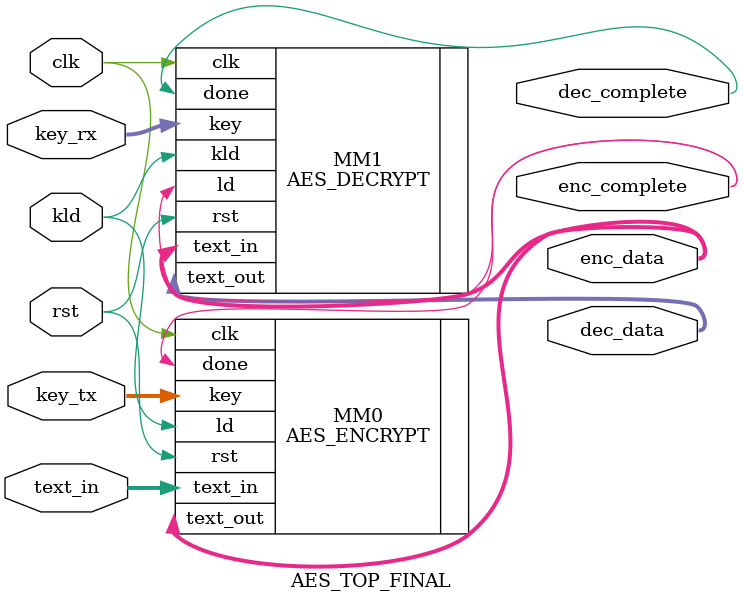
<source format=v>
module AES_TOP_FINAL(clk,rst,kld,key_tx,key_rx,text_in,enc_data,dec_data,enc_complete,dec_complete);

input		clk;
input		rst;
input		kld;
input	[127:0]	key_tx,key_rx;
input	[127:0]	text_in;
output	[127:0]	enc_data;
output	[127:0]	dec_data;

output		enc_complete;
output  dec_complete;



 

AES_ENCRYPT MM0 (.clk(		clk		),.rst(		rst		),.ld(		kld		),.done(enc_complete),.key(		key_tx		),.text_in(	text_in		),.text_out(enc_data	));

AES_DECRYPT MM1 (.clk(		clk		),.rst(		rst		),.kld(		kld		),.ld(		enc_complete),.done(dec_complete),.key(key_rx),.text_in(	enc_data),.text_out(dec_data));



endmodule


</source>
